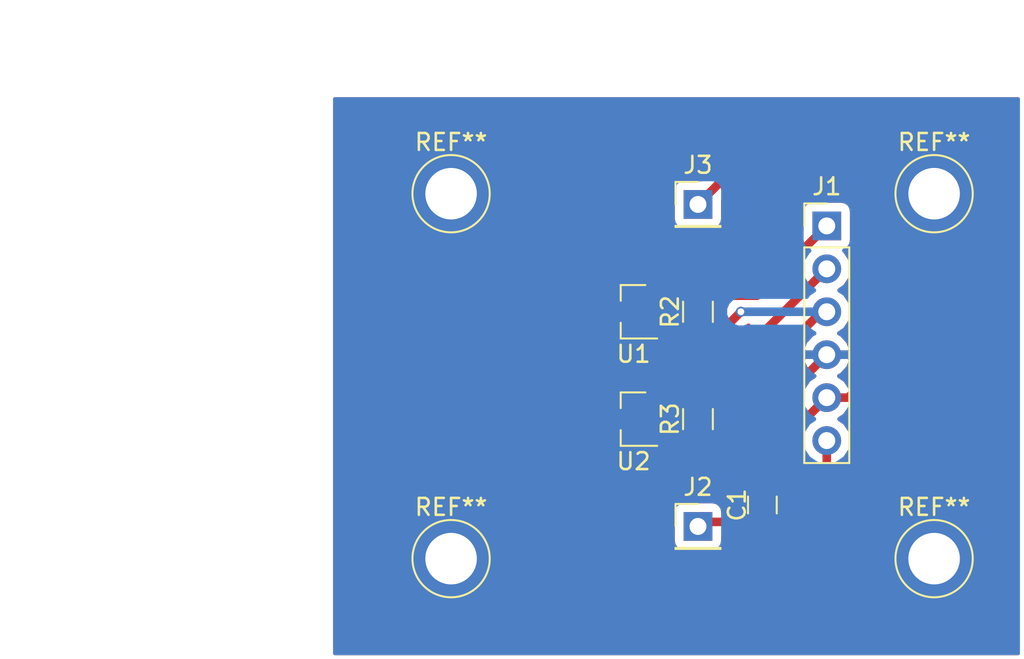
<source format=kicad_pcb>
(kicad_pcb (version 4) (host pcbnew 4.0.7)

  (general
    (links 14)
    (no_connects 0)
    (area 167.872599 62.919799 209.012601 96.439801)
    (thickness 1.6)
    (drawings 10)
    (tracks 33)
    (zones 0)
    (modules 12)
    (nets 7)
  )

  (page A4)
  (title_block
    (comment 1 "Encoder Board")
  )

  (layers
    (0 F.Cu signal)
    (31 B.Cu signal)
    (32 B.Adhes user)
    (33 F.Adhes user)
    (34 B.Paste user)
    (35 F.Paste user)
    (36 B.SilkS user)
    (37 F.SilkS user)
    (38 B.Mask user)
    (39 F.Mask user)
    (40 Dwgs.User user)
    (41 Cmts.User user)
    (42 Eco1.User user)
    (43 Eco2.User user)
    (44 Edge.Cuts user)
    (45 Margin user)
    (46 B.CrtYd user)
    (47 F.CrtYd user)
    (48 B.Fab user)
    (49 F.Fab user)
  )

  (setup
    (last_trace_width 0.254)
    (user_trace_width 0.254)
    (user_trace_width 0.508)
    (user_trace_width 0.762)
    (trace_clearance 0.2)
    (zone_clearance 0.508)
    (zone_45_only no)
    (trace_min 0.254)
    (segment_width 0.5)
    (edge_width 0.01)
    (via_size 0.6)
    (via_drill 0.4)
    (via_min_size 0.4)
    (via_min_drill 0.3)
    (uvia_size 0.3)
    (uvia_drill 0.1)
    (uvias_allowed no)
    (uvia_min_size 0.2)
    (uvia_min_drill 0.1)
    (pcb_text_width 0.3)
    (pcb_text_size 1.5 1.5)
    (mod_edge_width 0.15)
    (mod_text_size 1 1)
    (mod_text_width 0.15)
    (pad_size 4.064 4.064)
    (pad_drill 3.048)
    (pad_to_mask_clearance 0.2)
    (aux_axis_origin 0 0)
    (grid_origin 168.1226 96.1898)
    (visible_elements 7FFFFFFF)
    (pcbplotparams
      (layerselection 0x01000_80000001)
      (usegerberextensions true)
      (excludeedgelayer true)
      (linewidth 0.020000)
      (plotframeref false)
      (viasonmask false)
      (mode 1)
      (useauxorigin false)
      (hpglpennumber 1)
      (hpglpenspeed 20)
      (hpglpendiameter 15)
      (hpglpenoverlay 2)
      (psnegative false)
      (psa4output false)
      (plotreference false)
      (plotvalue false)
      (plotinvisibletext false)
      (padsonsilk false)
      (subtractmaskfromsilk false)
      (outputformat 1)
      (mirror false)
      (drillshape 0)
      (scaleselection 1)
      (outputdirectory Enc_Output/))
  )

  (net 0 "")
  (net 1 +3V3)
  (net 2 /Enc_L_A)
  (net 3 /Enc_L_B)
  (net 4 GND)
  (net 5 "Net-(C1-Pad1)")
  (net 6 "Net-(C1-Pad2)")

  (net_class Default "This is the default net class."
    (clearance 0.2)
    (trace_width 0.254)
    (via_dia 0.6)
    (via_drill 0.4)
    (uvia_dia 0.3)
    (uvia_drill 0.1)
    (add_net +3V3)
    (add_net /Enc_L_A)
    (add_net /Enc_L_B)
    (add_net GND)
    (add_net "Net-(C1-Pad1)")
    (add_net "Net-(C1-Pad2)")
  )

  (net_class 5v ""
    (clearance 0.2)
    (trace_width 0.4)
    (via_dia 0.6)
    (via_drill 0.4)
    (uvia_dia 0.3)
    (uvia_drill 0.1)
  )

  (net_class 8v ""
    (clearance 0.2)
    (trace_width 0.4)
    (via_dia 0.6)
    (via_drill 0.4)
    (uvia_dia 0.3)
    (uvia_drill 0.1)
  )

  (net_class Motor ""
    (clearance 0.2)
    (trace_width 0.4)
    (via_dia 0.6)
    (via_drill 0.4)
    (uvia_dia 0.3)
    (uvia_drill 0.1)
  )

  (net_class Power ""
    (clearance 0.2)
    (trace_width 2.5)
    (via_dia 0.6)
    (via_drill 0.4)
    (uvia_dia 0.3)
    (uvia_drill 0.1)
  )

  (module Connectors:1pin (layer F.Cu) (tedit 5A9D5DB0) (tstamp 5A9D5E5A)
    (at 203.6826 68.8848)
    (descr "module 1 pin (ou trou mecanique de percage)")
    (tags DEV)
    (fp_text reference REF** (at 0 -3.048) (layer F.SilkS)
      (effects (font (size 1 1) (thickness 0.15)))
    )
    (fp_text value 1pin (at 0 3) (layer F.Fab)
      (effects (font (size 1 1) (thickness 0.15)))
    )
    (fp_circle (center 0 0) (end 2 0.8) (layer F.Fab) (width 0.1))
    (fp_circle (center 0 0) (end 2.6 0) (layer F.CrtYd) (width 0.05))
    (fp_circle (center 0 0) (end 0 -2.286) (layer F.SilkS) (width 0.12))
    (pad 1 thru_hole circle (at 0 0) (size 4.064 4.064) (drill 3.048) (layers *.Cu *.Mask))
  )

  (module Connectors:1pin (layer F.Cu) (tedit 5A9D5DB0) (tstamp 5A9D5E48)
    (at 203.6826 90.4748)
    (descr "module 1 pin (ou trou mecanique de percage)")
    (tags DEV)
    (fp_text reference REF** (at 0 -3.048) (layer F.SilkS)
      (effects (font (size 1 1) (thickness 0.15)))
    )
    (fp_text value 1pin (at 0 3) (layer F.Fab)
      (effects (font (size 1 1) (thickness 0.15)))
    )
    (fp_circle (center 0 0) (end 2 0.8) (layer F.Fab) (width 0.1))
    (fp_circle (center 0 0) (end 2.6 0) (layer F.CrtYd) (width 0.05))
    (fp_circle (center 0 0) (end 0 -2.286) (layer F.SilkS) (width 0.12))
    (pad 1 thru_hole circle (at 0 0) (size 4.064 4.064) (drill 3.048) (layers *.Cu *.Mask))
  )

  (module Connectors:1pin (layer F.Cu) (tedit 5A9D5DB0) (tstamp 5A9D5E29)
    (at 175.1076 90.4748)
    (descr "module 1 pin (ou trou mecanique de percage)")
    (tags DEV)
    (fp_text reference REF** (at 0 -3.048) (layer F.SilkS)
      (effects (font (size 1 1) (thickness 0.15)))
    )
    (fp_text value 1pin (at 0 3) (layer F.Fab)
      (effects (font (size 1 1) (thickness 0.15)))
    )
    (fp_circle (center 0 0) (end 2 0.8) (layer F.Fab) (width 0.1))
    (fp_circle (center 0 0) (end 2.6 0) (layer F.CrtYd) (width 0.05))
    (fp_circle (center 0 0) (end 0 -2.286) (layer F.SilkS) (width 0.12))
    (pad 1 thru_hole circle (at 0 0) (size 4.064 4.064) (drill 3.048) (layers *.Cu *.Mask))
  )

  (module Pin_Headers:Pin_Header_Straight_1x06_Pitch2.54mm (layer F.Cu) (tedit 59650532) (tstamp 5A9D3FD5)
    (at 197.3326 70.7898)
    (descr "Through hole straight pin header, 1x06, 2.54mm pitch, single row")
    (tags "Through hole pin header THT 1x06 2.54mm single row")
    (path /5A9DB9A5)
    (fp_text reference J1 (at 0 -2.33) (layer F.SilkS)
      (effects (font (size 1 1) (thickness 0.15)))
    )
    (fp_text value Conn_01x06 (at 0 15.03) (layer F.Fab)
      (effects (font (size 1 1) (thickness 0.15)))
    )
    (fp_line (start -0.635 -1.27) (end 1.27 -1.27) (layer F.Fab) (width 0.1))
    (fp_line (start 1.27 -1.27) (end 1.27 13.97) (layer F.Fab) (width 0.1))
    (fp_line (start 1.27 13.97) (end -1.27 13.97) (layer F.Fab) (width 0.1))
    (fp_line (start -1.27 13.97) (end -1.27 -0.635) (layer F.Fab) (width 0.1))
    (fp_line (start -1.27 -0.635) (end -0.635 -1.27) (layer F.Fab) (width 0.1))
    (fp_line (start -1.33 14.03) (end 1.33 14.03) (layer F.SilkS) (width 0.12))
    (fp_line (start -1.33 1.27) (end -1.33 14.03) (layer F.SilkS) (width 0.12))
    (fp_line (start 1.33 1.27) (end 1.33 14.03) (layer F.SilkS) (width 0.12))
    (fp_line (start -1.33 1.27) (end 1.33 1.27) (layer F.SilkS) (width 0.12))
    (fp_line (start -1.33 0) (end -1.33 -1.33) (layer F.SilkS) (width 0.12))
    (fp_line (start -1.33 -1.33) (end 0 -1.33) (layer F.SilkS) (width 0.12))
    (fp_line (start -1.8 -1.8) (end -1.8 14.5) (layer F.CrtYd) (width 0.05))
    (fp_line (start -1.8 14.5) (end 1.8 14.5) (layer F.CrtYd) (width 0.05))
    (fp_line (start 1.8 14.5) (end 1.8 -1.8) (layer F.CrtYd) (width 0.05))
    (fp_line (start 1.8 -1.8) (end -1.8 -1.8) (layer F.CrtYd) (width 0.05))
    (fp_text user %R (at 0 6.35 90) (layer F.Fab)
      (effects (font (size 1 1) (thickness 0.15)))
    )
    (pad 1 thru_hole rect (at 0 0) (size 1.7 1.7) (drill 1) (layers *.Cu *.Mask)
      (net 2 /Enc_L_A))
    (pad 2 thru_hole oval (at 0 2.54) (size 1.7 1.7) (drill 1) (layers *.Cu *.Mask)
      (net 3 /Enc_L_B))
    (pad 3 thru_hole oval (at 0 5.08) (size 1.7 1.7) (drill 1) (layers *.Cu *.Mask)
      (net 1 +3V3))
    (pad 4 thru_hole oval (at 0 7.62) (size 1.7 1.7) (drill 1) (layers *.Cu *.Mask)
      (net 4 GND))
    (pad 5 thru_hole oval (at 0 10.16) (size 1.7 1.7) (drill 1) (layers *.Cu *.Mask)
      (net 6 "Net-(C1-Pad2)"))
    (pad 6 thru_hole oval (at 0 12.7) (size 1.7 1.7) (drill 1) (layers *.Cu *.Mask)
      (net 5 "Net-(C1-Pad1)"))
    (model ${KISYS3DMOD}/Pin_Headers.3dshapes/Pin_Header_Straight_1x06_Pitch2.54mm.wrl
      (at (xyz 0 0 0))
      (scale (xyz 1 1 1))
      (rotate (xyz 0 0 0))
    )
  )

  (module Pin_Headers:Pin_Header_Straight_1x01_Pitch2.54mm (layer F.Cu) (tedit 59650532) (tstamp 5A9D3FEA)
    (at 189.7126 88.5698)
    (descr "Through hole straight pin header, 1x01, 2.54mm pitch, single row")
    (tags "Through hole pin header THT 1x01 2.54mm single row")
    (path /5A9DBA4D)
    (fp_text reference J2 (at 0 -2.33) (layer F.SilkS)
      (effects (font (size 1 1) (thickness 0.15)))
    )
    (fp_text value Mot+ (at 0 2.33) (layer F.Fab)
      (effects (font (size 1 1) (thickness 0.15)))
    )
    (fp_line (start -0.635 -1.27) (end 1.27 -1.27) (layer F.Fab) (width 0.1))
    (fp_line (start 1.27 -1.27) (end 1.27 1.27) (layer F.Fab) (width 0.1))
    (fp_line (start 1.27 1.27) (end -1.27 1.27) (layer F.Fab) (width 0.1))
    (fp_line (start -1.27 1.27) (end -1.27 -0.635) (layer F.Fab) (width 0.1))
    (fp_line (start -1.27 -0.635) (end -0.635 -1.27) (layer F.Fab) (width 0.1))
    (fp_line (start -1.33 1.33) (end 1.33 1.33) (layer F.SilkS) (width 0.12))
    (fp_line (start -1.33 1.27) (end -1.33 1.33) (layer F.SilkS) (width 0.12))
    (fp_line (start 1.33 1.27) (end 1.33 1.33) (layer F.SilkS) (width 0.12))
    (fp_line (start -1.33 1.27) (end 1.33 1.27) (layer F.SilkS) (width 0.12))
    (fp_line (start -1.33 0) (end -1.33 -1.33) (layer F.SilkS) (width 0.12))
    (fp_line (start -1.33 -1.33) (end 0 -1.33) (layer F.SilkS) (width 0.12))
    (fp_line (start -1.8 -1.8) (end -1.8 1.8) (layer F.CrtYd) (width 0.05))
    (fp_line (start -1.8 1.8) (end 1.8 1.8) (layer F.CrtYd) (width 0.05))
    (fp_line (start 1.8 1.8) (end 1.8 -1.8) (layer F.CrtYd) (width 0.05))
    (fp_line (start 1.8 -1.8) (end -1.8 -1.8) (layer F.CrtYd) (width 0.05))
    (fp_text user %R (at 0 0 90) (layer F.Fab)
      (effects (font (size 1 1) (thickness 0.15)))
    )
    (pad 1 thru_hole rect (at 0 0) (size 1.7 1.7) (drill 1) (layers *.Cu *.Mask)
      (net 5 "Net-(C1-Pad1)"))
    (model ${KISYS3DMOD}/Pin_Headers.3dshapes/Pin_Header_Straight_1x01_Pitch2.54mm.wrl
      (at (xyz 0 0 0))
      (scale (xyz 1 1 1))
      (rotate (xyz 0 0 0))
    )
  )

  (module Pin_Headers:Pin_Header_Straight_1x01_Pitch2.54mm (layer F.Cu) (tedit 59650532) (tstamp 5A9D3FFF)
    (at 189.7126 69.5198)
    (descr "Through hole straight pin header, 1x01, 2.54mm pitch, single row")
    (tags "Through hole pin header THT 1x01 2.54mm single row")
    (path /5A9DBB26)
    (fp_text reference J3 (at 0 -2.33) (layer F.SilkS)
      (effects (font (size 1 1) (thickness 0.15)))
    )
    (fp_text value Mot- (at 0 2.33) (layer F.Fab)
      (effects (font (size 1 1) (thickness 0.15)))
    )
    (fp_line (start -0.635 -1.27) (end 1.27 -1.27) (layer F.Fab) (width 0.1))
    (fp_line (start 1.27 -1.27) (end 1.27 1.27) (layer F.Fab) (width 0.1))
    (fp_line (start 1.27 1.27) (end -1.27 1.27) (layer F.Fab) (width 0.1))
    (fp_line (start -1.27 1.27) (end -1.27 -0.635) (layer F.Fab) (width 0.1))
    (fp_line (start -1.27 -0.635) (end -0.635 -1.27) (layer F.Fab) (width 0.1))
    (fp_line (start -1.33 1.33) (end 1.33 1.33) (layer F.SilkS) (width 0.12))
    (fp_line (start -1.33 1.27) (end -1.33 1.33) (layer F.SilkS) (width 0.12))
    (fp_line (start 1.33 1.27) (end 1.33 1.33) (layer F.SilkS) (width 0.12))
    (fp_line (start -1.33 1.27) (end 1.33 1.27) (layer F.SilkS) (width 0.12))
    (fp_line (start -1.33 0) (end -1.33 -1.33) (layer F.SilkS) (width 0.12))
    (fp_line (start -1.33 -1.33) (end 0 -1.33) (layer F.SilkS) (width 0.12))
    (fp_line (start -1.8 -1.8) (end -1.8 1.8) (layer F.CrtYd) (width 0.05))
    (fp_line (start -1.8 1.8) (end 1.8 1.8) (layer F.CrtYd) (width 0.05))
    (fp_line (start 1.8 1.8) (end 1.8 -1.8) (layer F.CrtYd) (width 0.05))
    (fp_line (start 1.8 -1.8) (end -1.8 -1.8) (layer F.CrtYd) (width 0.05))
    (fp_text user %R (at 0 0 90) (layer F.Fab)
      (effects (font (size 1 1) (thickness 0.15)))
    )
    (pad 1 thru_hole rect (at 0 0) (size 1.7 1.7) (drill 1) (layers *.Cu *.Mask)
      (net 6 "Net-(C1-Pad2)"))
    (model ${KISYS3DMOD}/Pin_Headers.3dshapes/Pin_Header_Straight_1x01_Pitch2.54mm.wrl
      (at (xyz 0 0 0))
      (scale (xyz 1 1 1))
      (rotate (xyz 0 0 0))
    )
  )

  (module Resistors_SMD:R_0805 (layer F.Cu) (tedit 5A9D4388) (tstamp 5A9D4010)
    (at 189.7126 75.8698 90)
    (descr "Resistor SMD 0805, reflow soldering, Vishay (see dcrcw.pdf)")
    (tags "resistor 0805")
    (path /59EC1BDD)
    (attr smd)
    (fp_text reference R2 (at 0 -1.65 90) (layer F.SilkS)
      (effects (font (size 1 1) (thickness 0.15)))
    )
    (fp_text value N/P (at 0 1.75 90) (layer F.Fab)
      (effects (font (size 1 1) (thickness 0.15)))
    )
    (fp_text user %R (at 0 0 90) (layer F.Fab)
      (effects (font (size 0.5 0.5) (thickness 0.075)))
    )
    (fp_line (start -1 0.62) (end -1 -0.62) (layer F.Fab) (width 0.1))
    (fp_line (start 1 0.62) (end -1 0.62) (layer F.Fab) (width 0.1))
    (fp_line (start 1 -0.62) (end 1 0.62) (layer F.Fab) (width 0.1))
    (fp_line (start -1 -0.62) (end 1 -0.62) (layer F.Fab) (width 0.1))
    (fp_line (start 0.6 0.88) (end -0.6 0.88) (layer F.SilkS) (width 0.12))
    (fp_line (start -0.6 -0.88) (end 0.6 -0.88) (layer F.SilkS) (width 0.12))
    (fp_line (start -1.55 -0.9) (end 1.55 -0.9) (layer F.CrtYd) (width 0.05))
    (fp_line (start -1.55 -0.9) (end -1.55 0.9) (layer F.CrtYd) (width 0.05))
    (fp_line (start 1.55 0.9) (end 1.55 -0.9) (layer F.CrtYd) (width 0.05))
    (fp_line (start 1.55 0.9) (end -1.55 0.9) (layer F.CrtYd) (width 0.05))
    (pad 1 smd rect (at -0.95 0 90) (size 0.7 1.3) (layers F.Cu F.Paste F.Mask)
      (net 1 +3V3))
    (pad 2 smd rect (at 0.95 0 90) (size 0.7 1.3) (layers F.Cu F.Paste F.Mask)
      (net 2 /Enc_L_A))
    (model ${KISYS3DMOD}/Resistors_SMD.3dshapes/R_0805.wrl
      (at (xyz 0 0 0))
      (scale (xyz 1 1 1))
      (rotate (xyz 0 0 0))
    )
  )

  (module Resistors_SMD:R_0805 (layer F.Cu) (tedit 58E0A804) (tstamp 5A9D4021)
    (at 189.7126 82.2198 90)
    (descr "Resistor SMD 0805, reflow soldering, Vishay (see dcrcw.pdf)")
    (tags "resistor 0805")
    (path /59EC2C5F)
    (attr smd)
    (fp_text reference R3 (at 0 -1.65 90) (layer F.SilkS)
      (effects (font (size 1 1) (thickness 0.15)))
    )
    (fp_text value N/P (at 0 1.75 90) (layer F.Fab)
      (effects (font (size 1 1) (thickness 0.15)))
    )
    (fp_text user %R (at 0 0 90) (layer F.Fab)
      (effects (font (size 0.5 0.5) (thickness 0.075)))
    )
    (fp_line (start -1 0.62) (end -1 -0.62) (layer F.Fab) (width 0.1))
    (fp_line (start 1 0.62) (end -1 0.62) (layer F.Fab) (width 0.1))
    (fp_line (start 1 -0.62) (end 1 0.62) (layer F.Fab) (width 0.1))
    (fp_line (start -1 -0.62) (end 1 -0.62) (layer F.Fab) (width 0.1))
    (fp_line (start 0.6 0.88) (end -0.6 0.88) (layer F.SilkS) (width 0.12))
    (fp_line (start -0.6 -0.88) (end 0.6 -0.88) (layer F.SilkS) (width 0.12))
    (fp_line (start -1.55 -0.9) (end 1.55 -0.9) (layer F.CrtYd) (width 0.05))
    (fp_line (start -1.55 -0.9) (end -1.55 0.9) (layer F.CrtYd) (width 0.05))
    (fp_line (start 1.55 0.9) (end 1.55 -0.9) (layer F.CrtYd) (width 0.05))
    (fp_line (start 1.55 0.9) (end -1.55 0.9) (layer F.CrtYd) (width 0.05))
    (pad 1 smd rect (at -0.95 0 90) (size 0.7 1.3) (layers F.Cu F.Paste F.Mask)
      (net 1 +3V3))
    (pad 2 smd rect (at 0.95 0 90) (size 0.7 1.3) (layers F.Cu F.Paste F.Mask)
      (net 3 /Enc_L_B))
    (model ${KISYS3DMOD}/Resistors_SMD.3dshapes/R_0805.wrl
      (at (xyz 0 0 0))
      (scale (xyz 1 1 1))
      (rotate (xyz 0 0 0))
    )
  )

  (module TO_SOT_Packages_SMD:SOT-23 (layer F.Cu) (tedit 58CE4E7E) (tstamp 5A9D4036)
    (at 185.9026 75.8698 180)
    (descr "SOT-23, Standard")
    (tags SOT-23)
    (path /59E4CE79)
    (attr smd)
    (fp_text reference U1 (at 0 -2.5 180) (layer F.SilkS)
      (effects (font (size 1 1) (thickness 0.15)))
    )
    (fp_text value DRV5013 (at 0 2.5 180) (layer F.Fab)
      (effects (font (size 1 1) (thickness 0.15)))
    )
    (fp_text user %R (at 0 0 270) (layer F.Fab)
      (effects (font (size 0.5 0.5) (thickness 0.075)))
    )
    (fp_line (start -0.7 -0.95) (end -0.7 1.5) (layer F.Fab) (width 0.1))
    (fp_line (start -0.15 -1.52) (end 0.7 -1.52) (layer F.Fab) (width 0.1))
    (fp_line (start -0.7 -0.95) (end -0.15 -1.52) (layer F.Fab) (width 0.1))
    (fp_line (start 0.7 -1.52) (end 0.7 1.52) (layer F.Fab) (width 0.1))
    (fp_line (start -0.7 1.52) (end 0.7 1.52) (layer F.Fab) (width 0.1))
    (fp_line (start 0.76 1.58) (end 0.76 0.65) (layer F.SilkS) (width 0.12))
    (fp_line (start 0.76 -1.58) (end 0.76 -0.65) (layer F.SilkS) (width 0.12))
    (fp_line (start -1.7 -1.75) (end 1.7 -1.75) (layer F.CrtYd) (width 0.05))
    (fp_line (start 1.7 -1.75) (end 1.7 1.75) (layer F.CrtYd) (width 0.05))
    (fp_line (start 1.7 1.75) (end -1.7 1.75) (layer F.CrtYd) (width 0.05))
    (fp_line (start -1.7 1.75) (end -1.7 -1.75) (layer F.CrtYd) (width 0.05))
    (fp_line (start 0.76 -1.58) (end -1.4 -1.58) (layer F.SilkS) (width 0.12))
    (fp_line (start 0.76 1.58) (end -0.7 1.58) (layer F.SilkS) (width 0.12))
    (pad 1 smd rect (at -1 -0.95 180) (size 0.9 0.8) (layers F.Cu F.Paste F.Mask)
      (net 1 +3V3))
    (pad 2 smd rect (at -1 0.95 180) (size 0.9 0.8) (layers F.Cu F.Paste F.Mask)
      (net 2 /Enc_L_A))
    (pad 3 smd rect (at 1 0 180) (size 0.9 0.8) (layers F.Cu F.Paste F.Mask)
      (net 4 GND))
    (model ${KISYS3DMOD}/TO_SOT_Packages_SMD.3dshapes/SOT-23.wrl
      (at (xyz 0 0 0))
      (scale (xyz 1 1 1))
      (rotate (xyz 0 0 0))
    )
  )

  (module TO_SOT_Packages_SMD:SOT-23 (layer F.Cu) (tedit 58CE4E7E) (tstamp 5A9D404B)
    (at 185.9026 82.2198 180)
    (descr "SOT-23, Standard")
    (tags SOT-23)
    (path /59EC1216)
    (attr smd)
    (fp_text reference U2 (at 0 -2.5 180) (layer F.SilkS)
      (effects (font (size 1 1) (thickness 0.15)))
    )
    (fp_text value DRV5013 (at 0 2.5 180) (layer F.Fab)
      (effects (font (size 1 1) (thickness 0.15)))
    )
    (fp_text user %R (at 0 0 270) (layer F.Fab)
      (effects (font (size 0.5 0.5) (thickness 0.075)))
    )
    (fp_line (start -0.7 -0.95) (end -0.7 1.5) (layer F.Fab) (width 0.1))
    (fp_line (start -0.15 -1.52) (end 0.7 -1.52) (layer F.Fab) (width 0.1))
    (fp_line (start -0.7 -0.95) (end -0.15 -1.52) (layer F.Fab) (width 0.1))
    (fp_line (start 0.7 -1.52) (end 0.7 1.52) (layer F.Fab) (width 0.1))
    (fp_line (start -0.7 1.52) (end 0.7 1.52) (layer F.Fab) (width 0.1))
    (fp_line (start 0.76 1.58) (end 0.76 0.65) (layer F.SilkS) (width 0.12))
    (fp_line (start 0.76 -1.58) (end 0.76 -0.65) (layer F.SilkS) (width 0.12))
    (fp_line (start -1.7 -1.75) (end 1.7 -1.75) (layer F.CrtYd) (width 0.05))
    (fp_line (start 1.7 -1.75) (end 1.7 1.75) (layer F.CrtYd) (width 0.05))
    (fp_line (start 1.7 1.75) (end -1.7 1.75) (layer F.CrtYd) (width 0.05))
    (fp_line (start -1.7 1.75) (end -1.7 -1.75) (layer F.CrtYd) (width 0.05))
    (fp_line (start 0.76 -1.58) (end -1.4 -1.58) (layer F.SilkS) (width 0.12))
    (fp_line (start 0.76 1.58) (end -0.7 1.58) (layer F.SilkS) (width 0.12))
    (pad 1 smd rect (at -1 -0.95 180) (size 0.9 0.8) (layers F.Cu F.Paste F.Mask)
      (net 1 +3V3))
    (pad 2 smd rect (at -1 0.95 180) (size 0.9 0.8) (layers F.Cu F.Paste F.Mask)
      (net 3 /Enc_L_B))
    (pad 3 smd rect (at 1 0 180) (size 0.9 0.8) (layers F.Cu F.Paste F.Mask)
      (net 4 GND))
    (model ${KISYS3DMOD}/TO_SOT_Packages_SMD.3dshapes/SOT-23.wrl
      (at (xyz 0 0 0))
      (scale (xyz 1 1 1))
      (rotate (xyz 0 0 0))
    )
  )

  (module Capacitors_SMD:C_0805 (layer F.Cu) (tedit 58AA8463) (tstamp 5A9D42BC)
    (at 193.5226 87.2998 90)
    (descr "Capacitor SMD 0805, reflow soldering, AVX (see smccp.pdf)")
    (tags "capacitor 0805")
    (path /5A9DD613)
    (attr smd)
    (fp_text reference C1 (at 0 -1.5 90) (layer F.SilkS)
      (effects (font (size 1 1) (thickness 0.15)))
    )
    (fp_text value 3n3 (at 0 1.75 90) (layer F.Fab)
      (effects (font (size 1 1) (thickness 0.15)))
    )
    (fp_text user %R (at 0 -1.5 90) (layer F.Fab)
      (effects (font (size 1 1) (thickness 0.15)))
    )
    (fp_line (start -1 0.62) (end -1 -0.62) (layer F.Fab) (width 0.1))
    (fp_line (start 1 0.62) (end -1 0.62) (layer F.Fab) (width 0.1))
    (fp_line (start 1 -0.62) (end 1 0.62) (layer F.Fab) (width 0.1))
    (fp_line (start -1 -0.62) (end 1 -0.62) (layer F.Fab) (width 0.1))
    (fp_line (start 0.5 -0.85) (end -0.5 -0.85) (layer F.SilkS) (width 0.12))
    (fp_line (start -0.5 0.85) (end 0.5 0.85) (layer F.SilkS) (width 0.12))
    (fp_line (start -1.75 -0.88) (end 1.75 -0.88) (layer F.CrtYd) (width 0.05))
    (fp_line (start -1.75 -0.88) (end -1.75 0.87) (layer F.CrtYd) (width 0.05))
    (fp_line (start 1.75 0.87) (end 1.75 -0.88) (layer F.CrtYd) (width 0.05))
    (fp_line (start 1.75 0.87) (end -1.75 0.87) (layer F.CrtYd) (width 0.05))
    (pad 1 smd rect (at -1 0 90) (size 1 1.25) (layers F.Cu F.Paste F.Mask)
      (net 5 "Net-(C1-Pad1)"))
    (pad 2 smd rect (at 1 0 90) (size 1 1.25) (layers F.Cu F.Paste F.Mask)
      (net 6 "Net-(C1-Pad2)"))
    (model Capacitors_SMD.3dshapes/C_0805.wrl
      (at (xyz 0 0 0))
      (scale (xyz 1 1 1))
      (rotate (xyz 0 0 0))
    )
  )

  (module Connectors:1pin (layer F.Cu) (tedit 5A9D5DB0) (tstamp 5A9D5DFA)
    (at 175.1076 68.8848)
    (descr "module 1 pin (ou trou mecanique de percage)")
    (tags DEV)
    (fp_text reference REF** (at 0 -3.048) (layer F.SilkS)
      (effects (font (size 1 1) (thickness 0.15)))
    )
    (fp_text value 1pin (at 0 3) (layer F.Fab)
      (effects (font (size 1 1) (thickness 0.15)))
    )
    (fp_circle (center 0 0) (end 2 0.8) (layer F.Fab) (width 0.1))
    (fp_circle (center 0 0) (end 2.6 0) (layer F.CrtYd) (width 0.05))
    (fp_circle (center 0 0) (end 0 -2.286) (layer F.SilkS) (width 0.12))
    (pad 1 thru_hole circle (at 0 0) (size 4.064 4.064) (drill 3.048) (layers *.Cu *.Mask))
  )

  (dimension 40.64 (width 0.3) (layer Margin)
    (gr_text "40.640 mm" (at 188.4426 59.2798) (layer Margin)
      (effects (font (size 1.5 1.5) (thickness 0.3)))
    )
    (feature1 (pts (xy 208.7626 63.1698) (xy 208.7626 57.9298)))
    (feature2 (pts (xy 168.1226 63.1698) (xy 168.1226 57.9298)))
    (crossbar (pts (xy 168.1226 60.6298) (xy 208.7626 60.6298)))
    (arrow1a (pts (xy 208.7626 60.6298) (xy 207.636096 61.216221)))
    (arrow1b (pts (xy 208.7626 60.6298) (xy 207.636096 60.043379)))
    (arrow2a (pts (xy 168.1226 60.6298) (xy 169.249104 61.216221)))
    (arrow2b (pts (xy 168.1226 60.6298) (xy 169.249104 60.043379)))
  )
  (dimension 33.02 (width 0.3) (layer Margin)
    (gr_text "33.020 mm" (at 154.7076 79.6798 270) (layer Margin)
      (effects (font (size 1.5 1.5) (thickness 0.3)))
    )
    (feature1 (pts (xy 168.1226 96.1898) (xy 153.3576 96.1898)))
    (feature2 (pts (xy 168.1226 63.1698) (xy 153.3576 63.1698)))
    (crossbar (pts (xy 156.0576 63.1698) (xy 156.0576 96.1898)))
    (arrow1a (pts (xy 156.0576 96.1898) (xy 155.471179 95.063296)))
    (arrow1b (pts (xy 156.0576 96.1898) (xy 156.644021 95.063296)))
    (arrow2a (pts (xy 156.0576 63.1698) (xy 155.471179 64.296304)))
    (arrow2b (pts (xy 156.0576 63.1698) (xy 156.644021 64.296304)))
  )
  (gr_line (start 168.1226 96.1898) (end 168.1226 63.1698) (angle 90) (layer Edge.Cuts) (width 0.01))
  (gr_line (start 208.7626 96.1898) (end 168.1226 96.1898) (angle 90) (layer Edge.Cuts) (width 0.01))
  (gr_line (start 208.7626 63.1698) (end 208.7626 96.1898) (angle 90) (layer Edge.Cuts) (width 0.01))
  (gr_line (start 168.1226 63.1698) (end 208.7626 63.1698) (angle 90) (layer Edge.Cuts) (width 0.01))
  (gr_line (start 168.1226 96.1898) (end 168.1226 63.1698) (angle 90) (layer Margin) (width 0.5))
  (gr_line (start 208.7626 96.1898) (end 168.1226 96.1898) (angle 90) (layer Margin) (width 0.5))
  (gr_line (start 208.7626 63.1698) (end 208.7626 96.1898) (angle 90) (layer Margin) (width 0.5))
  (gr_line (start 168.1226 63.1698) (end 208.7626 63.1698) (angle 90) (layer Margin) (width 0.5))

  (segment (start 189.7126 76.8198) (end 191.3026 76.8198) (width 0.508) (layer F.Cu) (net 1))
  (segment (start 192.2526 75.8698) (end 197.3326 75.8698) (width 0.508) (layer B.Cu) (net 1) (tstamp 5A9D5A57))
  (via (at 192.2526 75.8698) (size 0.6) (drill 0.4) (layers F.Cu B.Cu) (net 1))
  (segment (start 191.3026 76.8198) (end 192.2526 75.8698) (width 0.508) (layer F.Cu) (net 1) (tstamp 5A9D5A52))
  (segment (start 197.3326 75.8698) (end 197.0126 75.8698) (width 0.508) (layer F.Cu) (net 1))
  (segment (start 197.0126 75.8698) (end 189.7126 83.1698) (width 0.508) (layer F.Cu) (net 1) (tstamp 5A9D449B))
  (segment (start 186.9026 76.8198) (end 189.7126 76.8198) (width 0.508) (layer F.Cu) (net 1))
  (segment (start 186.9026 83.1698) (end 189.7126 83.1698) (width 0.508) (layer F.Cu) (net 1))
  (segment (start 189.7126 74.9198) (end 193.2026 74.9198) (width 0.508) (layer F.Cu) (net 2))
  (segment (start 193.2026 74.9198) (end 197.3326 70.7898) (width 0.508) (layer F.Cu) (net 2) (tstamp 5A9D448F))
  (segment (start 186.9026 74.9198) (end 188.7626 74.9198) (width 0.508) (layer F.Cu) (net 2))
  (segment (start 188.7626 74.9198) (end 189.7126 74.9198) (width 0.508) (layer F.Cu) (net 2) (tstamp 5A9D4484))
  (segment (start 189.7126 81.2698) (end 189.7126 80.9498) (width 0.508) (layer F.Cu) (net 3))
  (segment (start 189.7126 80.9498) (end 197.3326 73.3298) (width 0.508) (layer F.Cu) (net 3) (tstamp 5A9D448B))
  (segment (start 189.7126 81.2698) (end 186.9026 81.2698) (width 0.508) (layer F.Cu) (net 3))
  (segment (start 197.3326 78.4098) (end 190.9826 84.7598) (width 0.508) (layer F.Cu) (net 4))
  (segment (start 184.9026 83.7598) (end 184.9026 75.8698) (width 0.508) (layer F.Cu) (net 4) (tstamp 5A9D44D3))
  (segment (start 185.9026 84.7598) (end 184.9026 83.7598) (width 0.508) (layer F.Cu) (net 4) (tstamp 5A9D44CE))
  (segment (start 190.9826 84.7598) (end 185.9026 84.7598) (width 0.508) (layer F.Cu) (net 4) (tstamp 5A9D44CC))
  (segment (start 193.5226 88.2998) (end 189.9826 88.2998) (width 0.508) (layer F.Cu) (net 5))
  (segment (start 189.9826 88.2998) (end 189.7126 88.5698) (width 0.508) (layer F.Cu) (net 5) (tstamp 5A9D444A))
  (segment (start 193.5226 88.2998) (end 196.3326 88.2998) (width 0.508) (layer F.Cu) (net 5))
  (segment (start 197.3326 87.2998) (end 197.3326 83.4898) (width 0.508) (layer F.Cu) (net 5) (tstamp 5A9D4446))
  (segment (start 196.3326 88.2998) (end 197.3326 87.2998) (width 0.508) (layer F.Cu) (net 5) (tstamp 5A9D4444))
  (segment (start 197.3326 80.9498) (end 198.6026 80.9498) (width 0.508) (layer F.Cu) (net 6))
  (segment (start 190.9826 68.2498) (end 189.7126 69.5198) (width 0.508) (layer F.Cu) (net 6) (tstamp 5A9D4463))
  (segment (start 198.6026 68.2498) (end 190.9826 68.2498) (width 0.508) (layer F.Cu) (net 6) (tstamp 5A9D445F))
  (segment (start 199.8726 69.5198) (end 198.6026 68.2498) (width 0.508) (layer F.Cu) (net 6) (tstamp 5A9D445E))
  (segment (start 199.8726 79.6798) (end 199.8726 69.5198) (width 0.508) (layer F.Cu) (net 6) (tstamp 5A9D445D))
  (segment (start 198.6026 80.9498) (end 199.8726 79.6798) (width 0.508) (layer F.Cu) (net 6) (tstamp 5A9D445A))
  (segment (start 193.5226 86.2998) (end 193.5226 84.7598) (width 0.508) (layer F.Cu) (net 6))
  (segment (start 194.7926 83.4898) (end 197.3326 80.9498) (width 0.508) (layer F.Cu) (net 6) (tstamp 5A9D4454))
  (segment (start 193.5226 84.7598) (end 194.7926 83.4898) (width 0.508) (layer F.Cu) (net 6) (tstamp 5A9D4451))

  (zone (net 4) (net_name GND) (layer F.Cu) (tstamp 5A9D59EB) (hatch edge 0.508)
    (connect_pads (clearance 0.508))
    (min_thickness 0.254)
    (fill yes (arc_segments 16) (thermal_gap 0.508) (thermal_bridge_width 0.508))
    (polygon
      (pts
        (xy 208.7626 96.1898) (xy 168.1226 96.1898) (xy 168.1226 63.1698) (xy 208.7626 63.1698)
      )
    )
    (filled_polygon
      (pts
        (xy 208.6356 96.0628) (xy 168.2496 96.0628) (xy 168.2496 82.50555) (xy 183.8176 82.50555) (xy 183.8176 82.74611)
        (xy 183.914273 82.979499) (xy 184.092902 83.158127) (xy 184.326291 83.2548) (xy 184.61685 83.2548) (xy 184.7756 83.09605)
        (xy 184.7756 82.3468) (xy 183.97635 82.3468) (xy 183.8176 82.50555) (xy 168.2496 82.50555) (xy 168.2496 81.69349)
        (xy 183.8176 81.69349) (xy 183.8176 81.93405) (xy 183.97635 82.0928) (xy 184.7756 82.0928) (xy 184.7756 81.34355)
        (xy 184.61685 81.1848) (xy 184.326291 81.1848) (xy 184.092902 81.281473) (xy 183.914273 81.460101) (xy 183.8176 81.69349)
        (xy 168.2496 81.69349) (xy 168.2496 76.15555) (xy 183.8176 76.15555) (xy 183.8176 76.39611) (xy 183.914273 76.629499)
        (xy 184.092902 76.808127) (xy 184.326291 76.9048) (xy 184.61685 76.9048) (xy 184.7756 76.74605) (xy 184.7756 75.9968)
        (xy 183.97635 75.9968) (xy 183.8176 76.15555) (xy 168.2496 76.15555) (xy 168.2496 75.34349) (xy 183.8176 75.34349)
        (xy 183.8176 75.58405) (xy 183.97635 75.7428) (xy 184.7756 75.7428) (xy 184.7756 74.99355) (xy 185.0296 74.99355)
        (xy 185.0296 75.7428) (xy 185.82885 75.7428) (xy 185.914862 75.656788) (xy 185.98851 75.771241) (xy 186.133683 75.870433)
        (xy 186.001159 75.95571) (xy 185.914536 76.082486) (xy 185.82885 75.9968) (xy 185.0296 75.9968) (xy 185.0296 76.74605)
        (xy 185.18835 76.9048) (xy 185.478909 76.9048) (xy 185.712298 76.808127) (xy 185.80516 76.715266) (xy 185.80516 77.2198)
        (xy 185.849438 77.455117) (xy 185.98851 77.671241) (xy 186.20071 77.816231) (xy 186.4526 77.86724) (xy 187.3526 77.86724)
        (xy 187.587917 77.822962) (xy 187.76533 77.7088) (xy 188.726657 77.7088) (xy 188.81071 77.766231) (xy 189.0626 77.81724)
        (xy 190.3626 77.81724) (xy 190.597917 77.772962) (xy 190.697628 77.7088) (xy 191.3026 77.7088) (xy 191.642806 77.641129)
        (xy 191.931218 77.448418) (xy 192.671074 76.708562) (xy 192.714577 76.690587) (xy 189.132804 80.27236) (xy 189.0626 80.27236)
        (xy 188.827283 80.316638) (xy 188.727572 80.3808) (xy 187.761721 80.3808) (xy 187.60449 80.273369) (xy 187.3526 80.22236)
        (xy 186.4526 80.22236) (xy 186.217283 80.266638) (xy 186.001159 80.40571) (xy 185.856169 80.61791) (xy 185.80516 80.8698)
        (xy 185.80516 81.374334) (xy 185.712298 81.281473) (xy 185.478909 81.1848) (xy 185.18835 81.1848) (xy 185.0296 81.34355)
        (xy 185.0296 82.0928) (xy 185.82885 82.0928) (xy 185.914862 82.006788) (xy 185.98851 82.121241) (xy 186.133683 82.220433)
        (xy 186.001159 82.30571) (xy 185.914536 82.432486) (xy 185.82885 82.3468) (xy 185.0296 82.3468) (xy 185.0296 83.09605)
        (xy 185.18835 83.2548) (xy 185.478909 83.2548) (xy 185.712298 83.158127) (xy 185.80516 83.065266) (xy 185.80516 83.5698)
        (xy 185.849438 83.805117) (xy 185.98851 84.021241) (xy 186.20071 84.166231) (xy 186.4526 84.21724) (xy 187.3526 84.21724)
        (xy 187.587917 84.172962) (xy 187.76533 84.0588) (xy 188.726657 84.0588) (xy 188.81071 84.116231) (xy 189.0626 84.16724)
        (xy 190.3626 84.16724) (xy 190.597917 84.122962) (xy 190.814041 83.98389) (xy 190.959031 83.77169) (xy 191.01004 83.5198)
        (xy 191.01004 83.129596) (xy 195.958692 78.180944) (xy 196.012445 78.2828) (xy 197.2056 78.2828) (xy 197.2056 78.2628)
        (xy 197.4596 78.2628) (xy 197.4596 78.2828) (xy 198.652755 78.2828) (xy 198.774076 78.05291) (xy 198.604245 77.642876)
        (xy 198.213958 77.214617) (xy 198.071047 77.147502) (xy 198.411747 76.919854) (xy 198.733654 76.438085) (xy 198.846693 75.8698)
        (xy 198.733654 75.301515) (xy 198.411747 74.819746) (xy 198.082574 74.5998) (xy 198.411747 74.379854) (xy 198.733654 73.898085)
        (xy 198.846693 73.3298) (xy 198.733654 72.761515) (xy 198.411747 72.279746) (xy 198.370148 72.25195) (xy 198.417917 72.242962)
        (xy 198.634041 72.10389) (xy 198.779031 71.89169) (xy 198.83004 71.6398) (xy 198.83004 69.9398) (xy 198.785762 69.704483)
        (xy 198.759979 69.664415) (xy 198.9836 69.888036) (xy 198.9836 79.311564) (xy 198.401958 79.893206) (xy 198.071047 79.672098)
        (xy 198.213958 79.604983) (xy 198.604245 79.176724) (xy 198.774076 78.76669) (xy 198.652755 78.5368) (xy 197.4596 78.5368)
        (xy 197.4596 78.5568) (xy 197.2056 78.5568) (xy 197.2056 78.5368) (xy 196.012445 78.5368) (xy 195.891124 78.76669)
        (xy 196.060955 79.176724) (xy 196.451242 79.604983) (xy 196.594153 79.672098) (xy 196.253453 79.899746) (xy 195.931546 80.381515)
        (xy 195.818507 80.9498) (xy 195.861122 81.164042) (xy 192.893982 84.131182) (xy 192.701271 84.419594) (xy 192.6336 84.7598)
        (xy 192.6336 85.215095) (xy 192.446159 85.33571) (xy 192.301169 85.54791) (xy 192.25016 85.7998) (xy 192.25016 86.7998)
        (xy 192.294438 87.035117) (xy 192.43351 87.251241) (xy 192.503311 87.298934) (xy 192.446159 87.33571) (xy 192.394852 87.4108)
        (xy 191.118348 87.4108) (xy 191.02669 87.268359) (xy 190.81449 87.123369) (xy 190.5626 87.07236) (xy 188.8626 87.07236)
        (xy 188.627283 87.116638) (xy 188.411159 87.25571) (xy 188.266169 87.46791) (xy 188.21516 87.7198) (xy 188.21516 89.4198)
        (xy 188.259438 89.655117) (xy 188.39851 89.871241) (xy 188.61071 90.016231) (xy 188.8626 90.06724) (xy 190.5626 90.06724)
        (xy 190.797917 90.022962) (xy 191.014041 89.88389) (xy 191.159031 89.67169) (xy 191.21004 89.4198) (xy 191.21004 89.1888)
        (xy 192.39333 89.1888) (xy 192.43351 89.251241) (xy 192.64571 89.396231) (xy 192.8976 89.44724) (xy 194.1476 89.44724)
        (xy 194.382917 89.402962) (xy 194.599041 89.26389) (xy 194.650348 89.1888) (xy 196.3326 89.1888) (xy 196.672806 89.121129)
        (xy 196.961218 88.928418) (xy 197.961218 87.928418) (xy 198.15393 87.640005) (xy 198.2216 87.2998) (xy 198.2216 84.666906)
        (xy 198.411747 84.539854) (xy 198.733654 84.058085) (xy 198.846693 83.4898) (xy 198.733654 82.921515) (xy 198.411747 82.439746)
        (xy 198.082574 82.2198) (xy 198.411747 81.999854) (xy 198.51936 81.8388) (xy 198.6026 81.8388) (xy 198.942806 81.771129)
        (xy 199.231218 81.578418) (xy 200.501218 80.308418) (xy 200.525311 80.27236) (xy 200.693929 80.020006) (xy 200.7616 79.6798)
        (xy 200.7616 69.5198) (xy 200.693929 69.179594) (xy 200.501218 68.891182) (xy 199.231218 67.621182) (xy 198.942806 67.428471)
        (xy 198.6026 67.3608) (xy 190.9826 67.3608) (xy 190.642394 67.428471) (xy 190.353982 67.621182) (xy 189.952804 68.02236)
        (xy 188.8626 68.02236) (xy 188.627283 68.066638) (xy 188.411159 68.20571) (xy 188.266169 68.41791) (xy 188.21516 68.6698)
        (xy 188.21516 70.3698) (xy 188.259438 70.605117) (xy 188.39851 70.821241) (xy 188.61071 70.966231) (xy 188.8626 71.01724)
        (xy 190.5626 71.01724) (xy 190.797917 70.972962) (xy 191.014041 70.83389) (xy 191.159031 70.62169) (xy 191.21004 70.3698)
        (xy 191.21004 69.279596) (xy 191.350836 69.1388) (xy 198.234364 69.1388) (xy 198.448518 69.352954) (xy 198.43449 69.343369)
        (xy 198.1826 69.29236) (xy 196.4826 69.29236) (xy 196.247283 69.336638) (xy 196.031159 69.47571) (xy 195.886169 69.68791)
        (xy 195.83516 69.9398) (xy 195.83516 71.030004) (xy 192.834364 74.0308) (xy 190.698543 74.0308) (xy 190.61449 73.973369)
        (xy 190.3626 73.92236) (xy 189.0626 73.92236) (xy 188.827283 73.966638) (xy 188.727572 74.0308) (xy 187.761721 74.0308)
        (xy 187.60449 73.923369) (xy 187.3526 73.87236) (xy 186.4526 73.87236) (xy 186.217283 73.916638) (xy 186.001159 74.05571)
        (xy 185.856169 74.26791) (xy 185.80516 74.5198) (xy 185.80516 75.024334) (xy 185.712298 74.931473) (xy 185.478909 74.8348)
        (xy 185.18835 74.8348) (xy 185.0296 74.99355) (xy 184.7756 74.99355) (xy 184.61685 74.8348) (xy 184.326291 74.8348)
        (xy 184.092902 74.931473) (xy 183.914273 75.110101) (xy 183.8176 75.34349) (xy 168.2496 75.34349) (xy 168.2496 63.2968)
        (xy 208.6356 63.2968)
      )
    )
  )
  (zone (net 4) (net_name GND) (layer B.Cu) (tstamp 5A9D5BA6) (hatch edge 0.508)
    (connect_pads (clearance 0.508))
    (min_thickness 0.254)
    (fill yes (arc_segments 16) (thermal_gap 0.508) (thermal_bridge_width 0.508))
    (polygon
      (pts
        (xy 208.7626 96.1898) (xy 208.7626 63.1698) (xy 168.1226 63.1698) (xy 168.1226 96.1898)
      )
    )
    (filled_polygon
      (pts
        (xy 208.6356 96.0628) (xy 168.2496 96.0628) (xy 168.2496 87.7198) (xy 188.21516 87.7198) (xy 188.21516 89.4198)
        (xy 188.259438 89.655117) (xy 188.39851 89.871241) (xy 188.61071 90.016231) (xy 188.8626 90.06724) (xy 190.5626 90.06724)
        (xy 190.797917 90.022962) (xy 191.014041 89.88389) (xy 191.159031 89.67169) (xy 191.21004 89.4198) (xy 191.21004 87.7198)
        (xy 191.165762 87.484483) (xy 191.02669 87.268359) (xy 190.81449 87.123369) (xy 190.5626 87.07236) (xy 188.8626 87.07236)
        (xy 188.627283 87.116638) (xy 188.411159 87.25571) (xy 188.266169 87.46791) (xy 188.21516 87.7198) (xy 168.2496 87.7198)
        (xy 168.2496 80.9498) (xy 195.818507 80.9498) (xy 195.931546 81.518085) (xy 196.253453 81.999854) (xy 196.582626 82.2198)
        (xy 196.253453 82.439746) (xy 195.931546 82.921515) (xy 195.818507 83.4898) (xy 195.931546 84.058085) (xy 196.253453 84.539854)
        (xy 196.735222 84.861761) (xy 197.303507 84.9748) (xy 197.361693 84.9748) (xy 197.929978 84.861761) (xy 198.411747 84.539854)
        (xy 198.733654 84.058085) (xy 198.846693 83.4898) (xy 198.733654 82.921515) (xy 198.411747 82.439746) (xy 198.082574 82.2198)
        (xy 198.411747 81.999854) (xy 198.733654 81.518085) (xy 198.846693 80.9498) (xy 198.733654 80.381515) (xy 198.411747 79.899746)
        (xy 198.071047 79.672098) (xy 198.213958 79.604983) (xy 198.604245 79.176724) (xy 198.774076 78.76669) (xy 198.652755 78.5368)
        (xy 197.4596 78.5368) (xy 197.4596 78.5568) (xy 197.2056 78.5568) (xy 197.2056 78.5368) (xy 196.012445 78.5368)
        (xy 195.891124 78.76669) (xy 196.060955 79.176724) (xy 196.451242 79.604983) (xy 196.594153 79.672098) (xy 196.253453 79.899746)
        (xy 195.931546 80.381515) (xy 195.818507 80.9498) (xy 168.2496 80.9498) (xy 168.2496 76.054967) (xy 191.317438 76.054967)
        (xy 191.459483 76.398743) (xy 191.722273 76.661992) (xy 192.065801 76.804638) (xy 192.437767 76.804962) (xy 192.549488 76.7588)
        (xy 196.14584 76.7588) (xy 196.253453 76.919854) (xy 196.594153 77.147502) (xy 196.451242 77.214617) (xy 196.060955 77.642876)
        (xy 195.891124 78.05291) (xy 196.012445 78.2828) (xy 197.2056 78.2828) (xy 197.2056 78.2628) (xy 197.4596 78.2628)
        (xy 197.4596 78.2828) (xy 198.652755 78.2828) (xy 198.774076 78.05291) (xy 198.604245 77.642876) (xy 198.213958 77.214617)
        (xy 198.071047 77.147502) (xy 198.411747 76.919854) (xy 198.733654 76.438085) (xy 198.846693 75.8698) (xy 198.733654 75.301515)
        (xy 198.411747 74.819746) (xy 198.082574 74.5998) (xy 198.411747 74.379854) (xy 198.733654 73.898085) (xy 198.846693 73.3298)
        (xy 198.733654 72.761515) (xy 198.411747 72.279746) (xy 198.370148 72.25195) (xy 198.417917 72.242962) (xy 198.634041 72.10389)
        (xy 198.779031 71.89169) (xy 198.83004 71.6398) (xy 198.83004 69.9398) (xy 198.785762 69.704483) (xy 198.64669 69.488359)
        (xy 198.43449 69.343369) (xy 198.1826 69.29236) (xy 196.4826 69.29236) (xy 196.247283 69.336638) (xy 196.031159 69.47571)
        (xy 195.886169 69.68791) (xy 195.83516 69.9398) (xy 195.83516 71.6398) (xy 195.879438 71.875117) (xy 196.01851 72.091241)
        (xy 196.23071 72.236231) (xy 196.298141 72.249886) (xy 196.253453 72.279746) (xy 195.931546 72.761515) (xy 195.818507 73.3298)
        (xy 195.931546 73.898085) (xy 196.253453 74.379854) (xy 196.582626 74.5998) (xy 196.253453 74.819746) (xy 196.14584 74.9808)
        (xy 192.549789 74.9808) (xy 192.439399 74.934962) (xy 192.067433 74.934638) (xy 191.723657 75.076683) (xy 191.460408 75.339473)
        (xy 191.317762 75.683001) (xy 191.317438 76.054967) (xy 168.2496 76.054967) (xy 168.2496 68.6698) (xy 188.21516 68.6698)
        (xy 188.21516 70.3698) (xy 188.259438 70.605117) (xy 188.39851 70.821241) (xy 188.61071 70.966231) (xy 188.8626 71.01724)
        (xy 190.5626 71.01724) (xy 190.797917 70.972962) (xy 191.014041 70.83389) (xy 191.159031 70.62169) (xy 191.21004 70.3698)
        (xy 191.21004 68.6698) (xy 191.165762 68.434483) (xy 191.02669 68.218359) (xy 190.81449 68.073369) (xy 190.5626 68.02236)
        (xy 188.8626 68.02236) (xy 188.627283 68.066638) (xy 188.411159 68.20571) (xy 188.266169 68.41791) (xy 188.21516 68.6698)
        (xy 168.2496 68.6698) (xy 168.2496 63.2968) (xy 208.6356 63.2968)
      )
    )
  )
)

</source>
